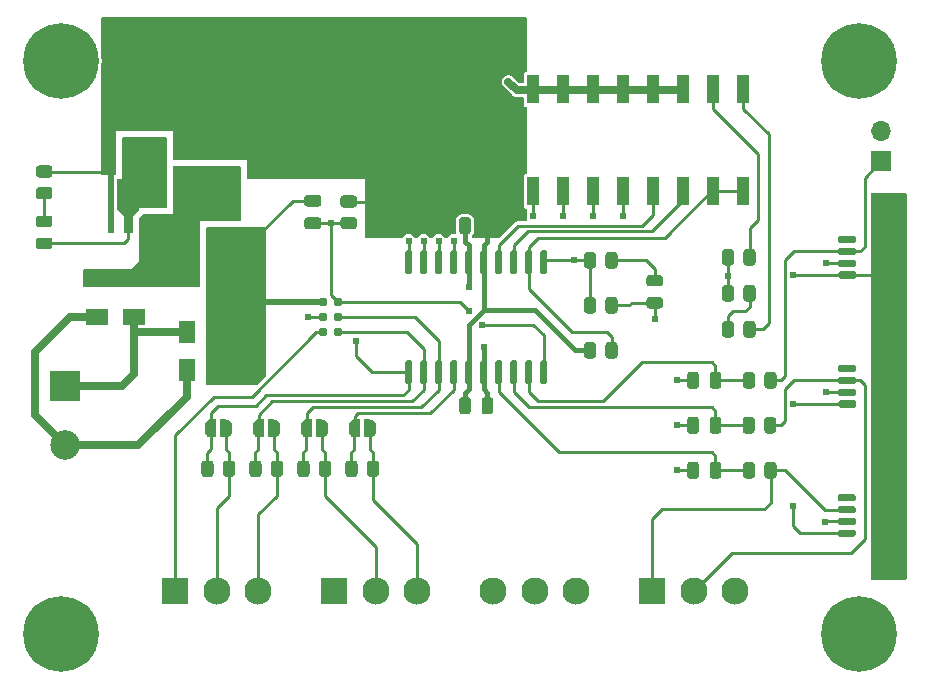
<source format=gtl>
G04 #@! TF.GenerationSoftware,KiCad,Pcbnew,6.0.2+dfsg-1*
G04 #@! TF.CreationDate,2024-06-30T21:27:14-06:00*
G04 #@! TF.ProjectId,ckt-iiab,636b742d-6969-4616-922e-6b696361645f,rev?*
G04 #@! TF.SameCoordinates,Original*
G04 #@! TF.FileFunction,Copper,L1,Top*
G04 #@! TF.FilePolarity,Positive*
%FSLAX46Y46*%
G04 Gerber Fmt 4.6, Leading zero omitted, Abs format (unit mm)*
G04 Created by KiCad (PCBNEW 6.0.2+dfsg-1) date 2024-06-30 21:27:14*
%MOMM*%
%LPD*%
G01*
G04 APERTURE LIST*
G04 #@! TA.AperFunction,ComponentPad*
%ADD10R,2.300000X2.300000*%
G04 #@! TD*
G04 #@! TA.AperFunction,ComponentPad*
%ADD11C,2.300000*%
G04 #@! TD*
G04 #@! TA.AperFunction,ComponentPad*
%ADD12C,6.400000*%
G04 #@! TD*
G04 #@! TA.AperFunction,ComponentPad*
%ADD13R,1.700000X1.700000*%
G04 #@! TD*
G04 #@! TA.AperFunction,ComponentPad*
%ADD14O,1.700000X1.700000*%
G04 #@! TD*
G04 #@! TA.AperFunction,SMDPad,CuDef*
%ADD15R,1.900000X1.400000*%
G04 #@! TD*
G04 #@! TA.AperFunction,SMDPad,CuDef*
%ADD16R,1.400000X1.900000*%
G04 #@! TD*
G04 #@! TA.AperFunction,SMDPad,CuDef*
%ADD17R,1.120000X2.440000*%
G04 #@! TD*
G04 #@! TA.AperFunction,ConnectorPad*
%ADD18C,0.787400*%
G04 #@! TD*
G04 #@! TA.AperFunction,ComponentPad*
%ADD19R,2.500000X2.500000*%
G04 #@! TD*
G04 #@! TA.AperFunction,ComponentPad*
%ADD20C,2.500000*%
G04 #@! TD*
G04 #@! TA.AperFunction,SMDPad,CuDef*
%ADD21R,0.550000X1.300000*%
G04 #@! TD*
G04 #@! TA.AperFunction,ViaPad*
%ADD22C,0.609600*%
G04 #@! TD*
G04 #@! TA.AperFunction,Conductor*
%ADD23C,0.254000*%
G04 #@! TD*
G04 #@! TA.AperFunction,Conductor*
%ADD24C,0.457200*%
G04 #@! TD*
G04 #@! TA.AperFunction,Conductor*
%ADD25C,0.635000*%
G04 #@! TD*
G04 #@! TA.AperFunction,Conductor*
%ADD26C,0.508000*%
G04 #@! TD*
G04 APERTURE END LIST*
G04 #@! TA.AperFunction,SMDPad,CuDef*
G36*
G01*
X64229000Y-142400000D02*
X63279000Y-142400000D01*
G75*
G02*
X63029000Y-142150000I0J250000D01*
G01*
X63029000Y-141650000D01*
G75*
G02*
X63279000Y-141400000I250000J0D01*
G01*
X64229000Y-141400000D01*
G75*
G02*
X64479000Y-141650000I0J-250000D01*
G01*
X64479000Y-142150000D01*
G75*
G02*
X64229000Y-142400000I-250000J0D01*
G01*
G37*
G04 #@! TD.AperFunction*
G04 #@! TA.AperFunction,SMDPad,CuDef*
G36*
G01*
X64229000Y-140500000D02*
X63279000Y-140500000D01*
G75*
G02*
X63029000Y-140250000I0J250000D01*
G01*
X63029000Y-139750000D01*
G75*
G02*
X63279000Y-139500000I250000J0D01*
G01*
X64229000Y-139500000D01*
G75*
G02*
X64479000Y-139750000I0J-250000D01*
G01*
X64479000Y-140250000D01*
G75*
G02*
X64229000Y-140500000I-250000J0D01*
G01*
G37*
G04 #@! TD.AperFunction*
G04 #@! TA.AperFunction,SMDPad,CuDef*
G36*
G01*
X86713000Y-145484000D02*
X86713000Y-144584000D01*
G75*
G02*
X86963000Y-144334000I250000J0D01*
G01*
X87488000Y-144334000D01*
G75*
G02*
X87738000Y-144584000I0J-250000D01*
G01*
X87738000Y-145484000D01*
G75*
G02*
X87488000Y-145734000I-250000J0D01*
G01*
X86963000Y-145734000D01*
G75*
G02*
X86713000Y-145484000I0J250000D01*
G01*
G37*
G04 #@! TD.AperFunction*
G04 #@! TA.AperFunction,SMDPad,CuDef*
G36*
G01*
X88538000Y-145484000D02*
X88538000Y-144584000D01*
G75*
G02*
X88788000Y-144334000I250000J0D01*
G01*
X89313000Y-144334000D01*
G75*
G02*
X89563000Y-144584000I0J-250000D01*
G01*
X89563000Y-145484000D01*
G75*
G02*
X89313000Y-145734000I-250000J0D01*
G01*
X88788000Y-145734000D01*
G75*
G02*
X88538000Y-145484000I0J250000D01*
G01*
G37*
G04 #@! TD.AperFunction*
G04 #@! TA.AperFunction,SMDPad,CuDef*
G36*
G01*
X109623000Y-146580000D02*
X108373000Y-146580000D01*
G75*
G02*
X108223000Y-146430000I0J150000D01*
G01*
X108223000Y-146130000D01*
G75*
G02*
X108373000Y-145980000I150000J0D01*
G01*
X109623000Y-145980000D01*
G75*
G02*
X109773000Y-146130000I0J-150000D01*
G01*
X109773000Y-146430000D01*
G75*
G02*
X109623000Y-146580000I-150000J0D01*
G01*
G37*
G04 #@! TD.AperFunction*
G04 #@! TA.AperFunction,SMDPad,CuDef*
G36*
G01*
X109623000Y-145580000D02*
X108373000Y-145580000D01*
G75*
G02*
X108223000Y-145430000I0J150000D01*
G01*
X108223000Y-145130000D01*
G75*
G02*
X108373000Y-144980000I150000J0D01*
G01*
X109623000Y-144980000D01*
G75*
G02*
X109773000Y-145130000I0J-150000D01*
G01*
X109773000Y-145430000D01*
G75*
G02*
X109623000Y-145580000I-150000J0D01*
G01*
G37*
G04 #@! TD.AperFunction*
G04 #@! TA.AperFunction,SMDPad,CuDef*
G36*
G01*
X109623000Y-144580000D02*
X108373000Y-144580000D01*
G75*
G02*
X108223000Y-144430000I0J150000D01*
G01*
X108223000Y-144130000D01*
G75*
G02*
X108373000Y-143980000I150000J0D01*
G01*
X109623000Y-143980000D01*
G75*
G02*
X109773000Y-144130000I0J-150000D01*
G01*
X109773000Y-144430000D01*
G75*
G02*
X109623000Y-144580000I-150000J0D01*
G01*
G37*
G04 #@! TD.AperFunction*
G04 #@! TA.AperFunction,SMDPad,CuDef*
G36*
G01*
X109623000Y-143580000D02*
X108373000Y-143580000D01*
G75*
G02*
X108223000Y-143430000I0J150000D01*
G01*
X108223000Y-143130000D01*
G75*
G02*
X108373000Y-142980000I150000J0D01*
G01*
X109623000Y-142980000D01*
G75*
G02*
X109773000Y-143130000I0J-150000D01*
G01*
X109773000Y-143430000D01*
G75*
G02*
X109623000Y-143580000I-150000J0D01*
G01*
G37*
G04 #@! TD.AperFunction*
G04 #@! TA.AperFunction,SMDPad,CuDef*
G36*
G01*
X113523000Y-142580000D02*
X112223000Y-142580000D01*
G75*
G02*
X111973000Y-142330000I0J250000D01*
G01*
X111973000Y-141630000D01*
G75*
G02*
X112223000Y-141380000I250000J0D01*
G01*
X113523000Y-141380000D01*
G75*
G02*
X113773000Y-141630000I0J-250000D01*
G01*
X113773000Y-142330000D01*
G75*
G02*
X113523000Y-142580000I-250000J0D01*
G01*
G37*
G04 #@! TD.AperFunction*
G04 #@! TA.AperFunction,SMDPad,CuDef*
G36*
G01*
X113523000Y-148180000D02*
X112223000Y-148180000D01*
G75*
G02*
X111973000Y-147930000I0J250000D01*
G01*
X111973000Y-147230000D01*
G75*
G02*
X112223000Y-146980000I250000J0D01*
G01*
X113523000Y-146980000D01*
G75*
G02*
X113773000Y-147230000I0J-250000D01*
G01*
X113773000Y-147930000D01*
G75*
G02*
X113523000Y-148180000I-250000J0D01*
G01*
G37*
G04 #@! TD.AperFunction*
G04 #@! TA.AperFunction,SMDPad,CuDef*
G36*
G01*
X66520000Y-163137000D02*
X66520000Y-162237000D01*
G75*
G02*
X66770000Y-161987000I250000J0D01*
G01*
X67295000Y-161987000D01*
G75*
G02*
X67545000Y-162237000I0J-250000D01*
G01*
X67545000Y-163137000D01*
G75*
G02*
X67295000Y-163387000I-250000J0D01*
G01*
X66770000Y-163387000D01*
G75*
G02*
X66520000Y-163137000I0J250000D01*
G01*
G37*
G04 #@! TD.AperFunction*
G04 #@! TA.AperFunction,SMDPad,CuDef*
G36*
G01*
X68345000Y-163137000D02*
X68345000Y-162237000D01*
G75*
G02*
X68595000Y-161987000I250000J0D01*
G01*
X69120000Y-161987000D01*
G75*
G02*
X69370000Y-162237000I0J-250000D01*
G01*
X69370000Y-163137000D01*
G75*
G02*
X69120000Y-163387000I-250000J0D01*
G01*
X68595000Y-163387000D01*
G75*
G02*
X68345000Y-163137000I0J250000D01*
G01*
G37*
G04 #@! TD.AperFunction*
D10*
X52126000Y-173031988D03*
D11*
X55626000Y-173031988D03*
X59126000Y-173031988D03*
G04 #@! TA.AperFunction,SMDPad,CuDef*
G36*
G01*
X98351000Y-154719000D02*
X98351000Y-155669000D01*
G75*
G02*
X98101000Y-155919000I-250000J0D01*
G01*
X97601000Y-155919000D01*
G75*
G02*
X97351000Y-155669000I0J250000D01*
G01*
X97351000Y-154719000D01*
G75*
G02*
X97601000Y-154469000I250000J0D01*
G01*
X98101000Y-154469000D01*
G75*
G02*
X98351000Y-154719000I0J-250000D01*
G01*
G37*
G04 #@! TD.AperFunction*
G04 #@! TA.AperFunction,SMDPad,CuDef*
G36*
G01*
X96451000Y-154719000D02*
X96451000Y-155669000D01*
G75*
G02*
X96201000Y-155919000I-250000J0D01*
G01*
X95701000Y-155919000D01*
G75*
G02*
X95451000Y-155669000I0J250000D01*
G01*
X95451000Y-154719000D01*
G75*
G02*
X95701000Y-154469000I250000J0D01*
G01*
X96201000Y-154469000D01*
G75*
G02*
X96451000Y-154719000I0J-250000D01*
G01*
G37*
G04 #@! TD.AperFunction*
G04 #@! TA.AperFunction,SMDPad,CuDef*
G36*
X59667000Y-160008000D02*
G01*
X59167000Y-160008000D01*
X59167000Y-160003033D01*
X59087059Y-160001568D01*
X58951744Y-159959293D01*
X58833734Y-159880738D01*
X58742514Y-159772219D01*
X58685419Y-159642460D01*
X58667836Y-159508000D01*
X58667000Y-159508000D01*
X58667000Y-159008000D01*
X58667836Y-159008000D01*
X58667037Y-159001891D01*
X58688848Y-158861814D01*
X58749096Y-158733489D01*
X58842940Y-158627231D01*
X58962835Y-158551583D01*
X59099142Y-158512626D01*
X59167000Y-158513041D01*
X59167000Y-158508000D01*
X59667000Y-158508000D01*
X59667000Y-160008000D01*
G37*
G04 #@! TD.AperFunction*
G04 #@! TA.AperFunction,SMDPad,CuDef*
G36*
X60467000Y-158513041D02*
G01*
X60540905Y-158513492D01*
X60676726Y-158554111D01*
X60795688Y-158631218D01*
X60888226Y-158738615D01*
X60946903Y-158867667D01*
X60967000Y-159008000D01*
X60967000Y-159508000D01*
X60966851Y-159520216D01*
X60943331Y-159660017D01*
X60881519Y-159787596D01*
X60786384Y-159892700D01*
X60665574Y-159966877D01*
X60528801Y-160004166D01*
X60467000Y-160003033D01*
X60467000Y-160008000D01*
X59967000Y-160008000D01*
X59967000Y-158508000D01*
X60467000Y-158508000D01*
X60467000Y-158513041D01*
G37*
G04 #@! TD.AperFunction*
D12*
X109982000Y-176657000D03*
D13*
X111887000Y-136657004D03*
D14*
X111887000Y-134117004D03*
G04 #@! TA.AperFunction,SMDPad,CuDef*
G36*
G01*
X67252000Y-142395000D02*
X66352000Y-142395000D01*
G75*
G02*
X66102000Y-142145000I0J250000D01*
G01*
X66102000Y-141620000D01*
G75*
G02*
X66352000Y-141370000I250000J0D01*
G01*
X67252000Y-141370000D01*
G75*
G02*
X67502000Y-141620000I0J-250000D01*
G01*
X67502000Y-142145000D01*
G75*
G02*
X67252000Y-142395000I-250000J0D01*
G01*
G37*
G04 #@! TD.AperFunction*
G04 #@! TA.AperFunction,SMDPad,CuDef*
G36*
G01*
X67252000Y-140570000D02*
X66352000Y-140570000D01*
G75*
G02*
X66102000Y-140320000I0J250000D01*
G01*
X66102000Y-139795000D01*
G75*
G02*
X66352000Y-139545000I250000J0D01*
G01*
X67252000Y-139545000D01*
G75*
G02*
X67502000Y-139795000I0J-250000D01*
G01*
X67502000Y-140320000D01*
G75*
G02*
X67252000Y-140570000I-250000J0D01*
G01*
G37*
G04 #@! TD.AperFunction*
G04 #@! TA.AperFunction,SMDPad,CuDef*
G36*
G01*
X100151500Y-159454000D02*
X100151500Y-158554000D01*
G75*
G02*
X100401500Y-158304000I250000J0D01*
G01*
X100926500Y-158304000D01*
G75*
G02*
X101176500Y-158554000I0J-250000D01*
G01*
X101176500Y-159454000D01*
G75*
G02*
X100926500Y-159704000I-250000J0D01*
G01*
X100401500Y-159704000D01*
G75*
G02*
X100151500Y-159454000I0J250000D01*
G01*
G37*
G04 #@! TD.AperFunction*
G04 #@! TA.AperFunction,SMDPad,CuDef*
G36*
G01*
X101976500Y-159454000D02*
X101976500Y-158554000D01*
G75*
G02*
X102226500Y-158304000I250000J0D01*
G01*
X102751500Y-158304000D01*
G75*
G02*
X103001500Y-158554000I0J-250000D01*
G01*
X103001500Y-159454000D01*
G75*
G02*
X102751500Y-159704000I-250000J0D01*
G01*
X102226500Y-159704000D01*
G75*
G02*
X101976500Y-159454000I0J250000D01*
G01*
G37*
G04 #@! TD.AperFunction*
D12*
X109982000Y-128143000D03*
G04 #@! TA.AperFunction,SMDPad,CuDef*
G36*
G01*
X58392000Y-163137000D02*
X58392000Y-162237000D01*
G75*
G02*
X58642000Y-161987000I250000J0D01*
G01*
X59167000Y-161987000D01*
G75*
G02*
X59417000Y-162237000I0J-250000D01*
G01*
X59417000Y-163137000D01*
G75*
G02*
X59167000Y-163387000I-250000J0D01*
G01*
X58642000Y-163387000D01*
G75*
G02*
X58392000Y-163137000I0J250000D01*
G01*
G37*
G04 #@! TD.AperFunction*
G04 #@! TA.AperFunction,SMDPad,CuDef*
G36*
G01*
X60217000Y-163137000D02*
X60217000Y-162237000D01*
G75*
G02*
X60467000Y-161987000I250000J0D01*
G01*
X60992000Y-161987000D01*
G75*
G02*
X61242000Y-162237000I0J-250000D01*
G01*
X61242000Y-163137000D01*
G75*
G02*
X60992000Y-163387000I-250000J0D01*
G01*
X60467000Y-163387000D01*
G75*
G02*
X60217000Y-163137000I0J250000D01*
G01*
G37*
G04 #@! TD.AperFunction*
D15*
X48641000Y-146559000D03*
X48641000Y-149859000D03*
G04 #@! TA.AperFunction,SMDPad,CuDef*
G36*
G01*
X79047000Y-141638000D02*
X79047000Y-142588000D01*
G75*
G02*
X78797000Y-142838000I-250000J0D01*
G01*
X78297000Y-142838000D01*
G75*
G02*
X78047000Y-142588000I0J250000D01*
G01*
X78047000Y-141638000D01*
G75*
G02*
X78297000Y-141388000I250000J0D01*
G01*
X78797000Y-141388000D01*
G75*
G02*
X79047000Y-141638000I0J-250000D01*
G01*
G37*
G04 #@! TD.AperFunction*
G04 #@! TA.AperFunction,SMDPad,CuDef*
G36*
G01*
X77147000Y-141638000D02*
X77147000Y-142588000D01*
G75*
G02*
X76897000Y-142838000I-250000J0D01*
G01*
X76397000Y-142838000D01*
G75*
G02*
X76147000Y-142588000I0J250000D01*
G01*
X76147000Y-141638000D01*
G75*
G02*
X76397000Y-141388000I250000J0D01*
G01*
X76897000Y-141388000D01*
G75*
G02*
X77147000Y-141638000I0J-250000D01*
G01*
G37*
G04 #@! TD.AperFunction*
G04 #@! TA.AperFunction,SMDPad,CuDef*
G36*
G01*
X55838000Y-137536000D02*
X56938000Y-137536000D01*
G75*
G02*
X57188000Y-137786000I0J-250000D01*
G01*
X57188000Y-140786000D01*
G75*
G02*
X56938000Y-141036000I-250000J0D01*
G01*
X55838000Y-141036000D01*
G75*
G02*
X55588000Y-140786000I0J250000D01*
G01*
X55588000Y-137786000D01*
G75*
G02*
X55838000Y-137536000I250000J0D01*
G01*
G37*
G04 #@! TD.AperFunction*
G04 #@! TA.AperFunction,SMDPad,CuDef*
G36*
G01*
X55838000Y-142936000D02*
X56938000Y-142936000D01*
G75*
G02*
X57188000Y-143186000I0J-250000D01*
G01*
X57188000Y-146186000D01*
G75*
G02*
X56938000Y-146436000I-250000J0D01*
G01*
X55838000Y-146436000D01*
G75*
G02*
X55588000Y-146186000I0J250000D01*
G01*
X55588000Y-143186000D01*
G75*
G02*
X55838000Y-142936000I250000J0D01*
G01*
G37*
G04 #@! TD.AperFunction*
G04 #@! TA.AperFunction,SMDPad,CuDef*
G36*
G01*
X109590996Y-168448003D02*
X108340996Y-168448003D01*
G75*
G02*
X108190996Y-168298003I0J150000D01*
G01*
X108190996Y-167998003D01*
G75*
G02*
X108340996Y-167848003I150000J0D01*
G01*
X109590996Y-167848003D01*
G75*
G02*
X109740996Y-167998003I0J-150000D01*
G01*
X109740996Y-168298003D01*
G75*
G02*
X109590996Y-168448003I-150000J0D01*
G01*
G37*
G04 #@! TD.AperFunction*
G04 #@! TA.AperFunction,SMDPad,CuDef*
G36*
G01*
X109590996Y-167448003D02*
X108340996Y-167448003D01*
G75*
G02*
X108190996Y-167298003I0J150000D01*
G01*
X108190996Y-166998003D01*
G75*
G02*
X108340996Y-166848003I150000J0D01*
G01*
X109590996Y-166848003D01*
G75*
G02*
X109740996Y-166998003I0J-150000D01*
G01*
X109740996Y-167298003D01*
G75*
G02*
X109590996Y-167448003I-150000J0D01*
G01*
G37*
G04 #@! TD.AperFunction*
G04 #@! TA.AperFunction,SMDPad,CuDef*
G36*
G01*
X109590996Y-166448003D02*
X108340996Y-166448003D01*
G75*
G02*
X108190996Y-166298003I0J150000D01*
G01*
X108190996Y-165998003D01*
G75*
G02*
X108340996Y-165848003I150000J0D01*
G01*
X109590996Y-165848003D01*
G75*
G02*
X109740996Y-165998003I0J-150000D01*
G01*
X109740996Y-166298003D01*
G75*
G02*
X109590996Y-166448003I-150000J0D01*
G01*
G37*
G04 #@! TD.AperFunction*
G04 #@! TA.AperFunction,SMDPad,CuDef*
G36*
G01*
X109590996Y-165448003D02*
X108340996Y-165448003D01*
G75*
G02*
X108190996Y-165298003I0J150000D01*
G01*
X108190996Y-164998003D01*
G75*
G02*
X108340996Y-164848003I150000J0D01*
G01*
X109590996Y-164848003D01*
G75*
G02*
X109740996Y-164998003I0J-150000D01*
G01*
X109740996Y-165298003D01*
G75*
G02*
X109590996Y-165448003I-150000J0D01*
G01*
G37*
G04 #@! TD.AperFunction*
G04 #@! TA.AperFunction,SMDPad,CuDef*
G36*
G01*
X113490996Y-170048003D02*
X112190996Y-170048003D01*
G75*
G02*
X111940996Y-169798003I0J250000D01*
G01*
X111940996Y-169098003D01*
G75*
G02*
X112190996Y-168848003I250000J0D01*
G01*
X113490996Y-168848003D01*
G75*
G02*
X113740996Y-169098003I0J-250000D01*
G01*
X113740996Y-169798003D01*
G75*
G02*
X113490996Y-170048003I-250000J0D01*
G01*
G37*
G04 #@! TD.AperFunction*
G04 #@! TA.AperFunction,SMDPad,CuDef*
G36*
G01*
X113490996Y-164448003D02*
X112190996Y-164448003D01*
G75*
G02*
X111940996Y-164198003I0J250000D01*
G01*
X111940996Y-163498003D01*
G75*
G02*
X112190996Y-163248003I250000J0D01*
G01*
X113490996Y-163248003D01*
G75*
G02*
X113740996Y-163498003I0J-250000D01*
G01*
X113740996Y-164198003D01*
G75*
G02*
X113490996Y-164448003I-250000J0D01*
G01*
G37*
G04 #@! TD.AperFunction*
G04 #@! TA.AperFunction,SMDPad,CuDef*
G36*
G01*
X100175000Y-163264000D02*
X100175000Y-162364000D01*
G75*
G02*
X100425000Y-162114000I250000J0D01*
G01*
X100950000Y-162114000D01*
G75*
G02*
X101200000Y-162364000I0J-250000D01*
G01*
X101200000Y-163264000D01*
G75*
G02*
X100950000Y-163514000I-250000J0D01*
G01*
X100425000Y-163514000D01*
G75*
G02*
X100175000Y-163264000I0J250000D01*
G01*
G37*
G04 #@! TD.AperFunction*
G04 #@! TA.AperFunction,SMDPad,CuDef*
G36*
G01*
X102000000Y-163264000D02*
X102000000Y-162364000D01*
G75*
G02*
X102250000Y-162114000I250000J0D01*
G01*
X102775000Y-162114000D01*
G75*
G02*
X103025000Y-162364000I0J-250000D01*
G01*
X103025000Y-163264000D01*
G75*
G02*
X102775000Y-163514000I-250000J0D01*
G01*
X102250000Y-163514000D01*
G75*
G02*
X102000000Y-163264000I0J250000D01*
G01*
G37*
G04 #@! TD.AperFunction*
D12*
X42418000Y-176657000D03*
G04 #@! TA.AperFunction,SMDPad,CuDef*
G36*
G01*
X54328000Y-163137000D02*
X54328000Y-162237000D01*
G75*
G02*
X54578000Y-161987000I250000J0D01*
G01*
X55103000Y-161987000D01*
G75*
G02*
X55353000Y-162237000I0J-250000D01*
G01*
X55353000Y-163137000D01*
G75*
G02*
X55103000Y-163387000I-250000J0D01*
G01*
X54578000Y-163387000D01*
G75*
G02*
X54328000Y-163137000I0J250000D01*
G01*
G37*
G04 #@! TD.AperFunction*
G04 #@! TA.AperFunction,SMDPad,CuDef*
G36*
G01*
X56153000Y-163137000D02*
X56153000Y-162237000D01*
G75*
G02*
X56403000Y-161987000I250000J0D01*
G01*
X56928000Y-161987000D01*
G75*
G02*
X57178000Y-162237000I0J-250000D01*
G01*
X57178000Y-163137000D01*
G75*
G02*
X56928000Y-163387000I-250000J0D01*
G01*
X56403000Y-163387000D01*
G75*
G02*
X56153000Y-163137000I0J250000D01*
G01*
G37*
G04 #@! TD.AperFunction*
X42418000Y-128143000D03*
G04 #@! TA.AperFunction,SMDPad,CuDef*
G36*
X55603000Y-160008000D02*
G01*
X55103000Y-160008000D01*
X55103000Y-160003033D01*
X55023059Y-160001568D01*
X54887744Y-159959293D01*
X54769734Y-159880738D01*
X54678514Y-159772219D01*
X54621419Y-159642460D01*
X54603836Y-159508000D01*
X54603000Y-159508000D01*
X54603000Y-159008000D01*
X54603836Y-159008000D01*
X54603037Y-159001891D01*
X54624848Y-158861814D01*
X54685096Y-158733489D01*
X54778940Y-158627231D01*
X54898835Y-158551583D01*
X55035142Y-158512626D01*
X55103000Y-158513041D01*
X55103000Y-158508000D01*
X55603000Y-158508000D01*
X55603000Y-160008000D01*
G37*
G04 #@! TD.AperFunction*
G04 #@! TA.AperFunction,SMDPad,CuDef*
G36*
X56403000Y-158513041D02*
G01*
X56476905Y-158513492D01*
X56612726Y-158554111D01*
X56731688Y-158631218D01*
X56824226Y-158738615D01*
X56882903Y-158867667D01*
X56903000Y-159008000D01*
X56903000Y-159508000D01*
X56902851Y-159520216D01*
X56879331Y-159660017D01*
X56817519Y-159787596D01*
X56722384Y-159892700D01*
X56601574Y-159966877D01*
X56464801Y-160004166D01*
X56403000Y-160003033D01*
X56403000Y-160008000D01*
X55903000Y-160008000D01*
X55903000Y-158508000D01*
X56403000Y-158508000D01*
X56403000Y-158513041D01*
G37*
G04 #@! TD.AperFunction*
D16*
X53087000Y-154305000D03*
X56387000Y-154305000D03*
X53087000Y-151130000D03*
X56387000Y-151130000D03*
D17*
X100203000Y-130569000D03*
X97663000Y-130569000D03*
X95123000Y-130569000D03*
X92583000Y-130569000D03*
X90043000Y-130569000D03*
X87503000Y-130569000D03*
X84963000Y-130569000D03*
X82423000Y-130569000D03*
X82423000Y-139179000D03*
X84963000Y-139179000D03*
X87503000Y-139179000D03*
X90043000Y-139179000D03*
X92583000Y-139179000D03*
X95123000Y-139179000D03*
X97663000Y-139179000D03*
X100203000Y-139179000D03*
G04 #@! TA.AperFunction,SMDPad,CuDef*
G36*
G01*
X98351000Y-162339000D02*
X98351000Y-163289000D01*
G75*
G02*
X98101000Y-163539000I-250000J0D01*
G01*
X97601000Y-163539000D01*
G75*
G02*
X97351000Y-163289000I0J250000D01*
G01*
X97351000Y-162339000D01*
G75*
G02*
X97601000Y-162089000I250000J0D01*
G01*
X98101000Y-162089000D01*
G75*
G02*
X98351000Y-162339000I0J-250000D01*
G01*
G37*
G04 #@! TD.AperFunction*
G04 #@! TA.AperFunction,SMDPad,CuDef*
G36*
G01*
X96451000Y-162339000D02*
X96451000Y-163289000D01*
G75*
G02*
X96201000Y-163539000I-250000J0D01*
G01*
X95701000Y-163539000D01*
G75*
G02*
X95451000Y-163289000I0J250000D01*
G01*
X95451000Y-162339000D01*
G75*
G02*
X95701000Y-162089000I250000J0D01*
G01*
X96201000Y-162089000D01*
G75*
G02*
X96451000Y-162339000I0J-250000D01*
G01*
G37*
G04 #@! TD.AperFunction*
G04 #@! TA.AperFunction,SMDPad,CuDef*
G36*
G01*
X41477250Y-144094500D02*
X40564750Y-144094500D01*
G75*
G02*
X40321000Y-143850750I0J243750D01*
G01*
X40321000Y-143363250D01*
G75*
G02*
X40564750Y-143119500I243750J0D01*
G01*
X41477250Y-143119500D01*
G75*
G02*
X41721000Y-143363250I0J-243750D01*
G01*
X41721000Y-143850750D01*
G75*
G02*
X41477250Y-144094500I-243750J0D01*
G01*
G37*
G04 #@! TD.AperFunction*
G04 #@! TA.AperFunction,SMDPad,CuDef*
G36*
G01*
X41477250Y-142219500D02*
X40564750Y-142219500D01*
G75*
G02*
X40321000Y-141975750I0J243750D01*
G01*
X40321000Y-141488250D01*
G75*
G02*
X40564750Y-141244500I243750J0D01*
G01*
X41477250Y-141244500D01*
G75*
G02*
X41721000Y-141488250I0J-243750D01*
G01*
X41721000Y-141975750D01*
G75*
G02*
X41477250Y-142219500I-243750J0D01*
G01*
G37*
G04 #@! TD.AperFunction*
G04 #@! TA.AperFunction,SMDPad,CuDef*
G36*
G01*
X62456000Y-163137000D02*
X62456000Y-162237000D01*
G75*
G02*
X62706000Y-161987000I250000J0D01*
G01*
X63231000Y-161987000D01*
G75*
G02*
X63481000Y-162237000I0J-250000D01*
G01*
X63481000Y-163137000D01*
G75*
G02*
X63231000Y-163387000I-250000J0D01*
G01*
X62706000Y-163387000D01*
G75*
G02*
X62456000Y-163137000I0J250000D01*
G01*
G37*
G04 #@! TD.AperFunction*
G04 #@! TA.AperFunction,SMDPad,CuDef*
G36*
G01*
X64281000Y-163137000D02*
X64281000Y-162237000D01*
G75*
G02*
X64531000Y-161987000I250000J0D01*
G01*
X65056000Y-161987000D01*
G75*
G02*
X65306000Y-162237000I0J-250000D01*
G01*
X65306000Y-163137000D01*
G75*
G02*
X65056000Y-163387000I-250000J0D01*
G01*
X64531000Y-163387000D01*
G75*
G02*
X64281000Y-163137000I0J250000D01*
G01*
G37*
G04 #@! TD.AperFunction*
D18*
X65913000Y-151130000D03*
X64643000Y-151130000D03*
X65913000Y-149860000D03*
X64643000Y-149860000D03*
X65913000Y-148590000D03*
X64643000Y-148590000D03*
G04 #@! TA.AperFunction,SMDPad,CuDef*
G36*
G01*
X101247000Y-147378000D02*
X101247000Y-148278000D01*
G75*
G02*
X100997000Y-148528000I-250000J0D01*
G01*
X100472000Y-148528000D01*
G75*
G02*
X100222000Y-148278000I0J250000D01*
G01*
X100222000Y-147378000D01*
G75*
G02*
X100472000Y-147128000I250000J0D01*
G01*
X100997000Y-147128000D01*
G75*
G02*
X101247000Y-147378000I0J-250000D01*
G01*
G37*
G04 #@! TD.AperFunction*
G04 #@! TA.AperFunction,SMDPad,CuDef*
G36*
G01*
X99422000Y-147378000D02*
X99422000Y-148278000D01*
G75*
G02*
X99172000Y-148528000I-250000J0D01*
G01*
X98647000Y-148528000D01*
G75*
G02*
X98397000Y-148278000I0J250000D01*
G01*
X98397000Y-147378000D01*
G75*
G02*
X98647000Y-147128000I250000J0D01*
G01*
X99172000Y-147128000D01*
G75*
G02*
X99422000Y-147378000I0J-250000D01*
G01*
G37*
G04 #@! TD.AperFunction*
D19*
X42799000Y-155702000D03*
D20*
X42799000Y-160702000D03*
G04 #@! TA.AperFunction,SMDPad,CuDef*
G36*
G01*
X89563000Y-152204000D02*
X89563000Y-153104000D01*
G75*
G02*
X89313000Y-153354000I-250000J0D01*
G01*
X88788000Y-153354000D01*
G75*
G02*
X88538000Y-153104000I0J250000D01*
G01*
X88538000Y-152204000D01*
G75*
G02*
X88788000Y-151954000I250000J0D01*
G01*
X89313000Y-151954000D01*
G75*
G02*
X89563000Y-152204000I0J-250000D01*
G01*
G37*
G04 #@! TD.AperFunction*
G04 #@! TA.AperFunction,SMDPad,CuDef*
G36*
G01*
X87738000Y-152204000D02*
X87738000Y-153104000D01*
G75*
G02*
X87488000Y-153354000I-250000J0D01*
G01*
X86963000Y-153354000D01*
G75*
G02*
X86713000Y-153104000I0J250000D01*
G01*
X86713000Y-152204000D01*
G75*
G02*
X86963000Y-151954000I250000J0D01*
G01*
X87488000Y-151954000D01*
G75*
G02*
X87738000Y-152204000I0J-250000D01*
G01*
G37*
G04 #@! TD.AperFunction*
G04 #@! TA.AperFunction,SMDPad,CuDef*
G36*
X63731000Y-160008000D02*
G01*
X63231000Y-160008000D01*
X63231000Y-160003033D01*
X63151059Y-160001568D01*
X63015744Y-159959293D01*
X62897734Y-159880738D01*
X62806514Y-159772219D01*
X62749419Y-159642460D01*
X62731836Y-159508000D01*
X62731000Y-159508000D01*
X62731000Y-159008000D01*
X62731836Y-159008000D01*
X62731037Y-159001891D01*
X62752848Y-158861814D01*
X62813096Y-158733489D01*
X62906940Y-158627231D01*
X63026835Y-158551583D01*
X63163142Y-158512626D01*
X63231000Y-158513041D01*
X63231000Y-158508000D01*
X63731000Y-158508000D01*
X63731000Y-160008000D01*
G37*
G04 #@! TD.AperFunction*
G04 #@! TA.AperFunction,SMDPad,CuDef*
G36*
X64531000Y-158513041D02*
G01*
X64604905Y-158513492D01*
X64740726Y-158554111D01*
X64859688Y-158631218D01*
X64952226Y-158738615D01*
X65010903Y-158867667D01*
X65031000Y-159008000D01*
X65031000Y-159508000D01*
X65030851Y-159520216D01*
X65007331Y-159660017D01*
X64945519Y-159787596D01*
X64850384Y-159892700D01*
X64729574Y-159966877D01*
X64592801Y-160004166D01*
X64531000Y-160003033D01*
X64531000Y-160008000D01*
X64031000Y-160008000D01*
X64031000Y-158508000D01*
X64531000Y-158508000D01*
X64531000Y-158513041D01*
G37*
G04 #@! TD.AperFunction*
G04 #@! TA.AperFunction,SMDPad,CuDef*
G36*
G01*
X86713000Y-149294000D02*
X86713000Y-148394000D01*
G75*
G02*
X86963000Y-148144000I250000J0D01*
G01*
X87488000Y-148144000D01*
G75*
G02*
X87738000Y-148394000I0J-250000D01*
G01*
X87738000Y-149294000D01*
G75*
G02*
X87488000Y-149544000I-250000J0D01*
G01*
X86963000Y-149544000D01*
G75*
G02*
X86713000Y-149294000I0J250000D01*
G01*
G37*
G04 #@! TD.AperFunction*
G04 #@! TA.AperFunction,SMDPad,CuDef*
G36*
G01*
X88538000Y-149294000D02*
X88538000Y-148394000D01*
G75*
G02*
X88788000Y-148144000I250000J0D01*
G01*
X89313000Y-148144000D01*
G75*
G02*
X89563000Y-148394000I0J-250000D01*
G01*
X89563000Y-149294000D01*
G75*
G02*
X89313000Y-149544000I-250000J0D01*
G01*
X88788000Y-149544000D01*
G75*
G02*
X88538000Y-149294000I0J250000D01*
G01*
G37*
G04 #@! TD.AperFunction*
G04 #@! TA.AperFunction,SMDPad,CuDef*
G36*
G01*
X72032000Y-155535000D02*
X71732000Y-155535000D01*
G75*
G02*
X71582000Y-155385000I0J150000D01*
G01*
X71582000Y-153635000D01*
G75*
G02*
X71732000Y-153485000I150000J0D01*
G01*
X72032000Y-153485000D01*
G75*
G02*
X72182000Y-153635000I0J-150000D01*
G01*
X72182000Y-155385000D01*
G75*
G02*
X72032000Y-155535000I-150000J0D01*
G01*
G37*
G04 #@! TD.AperFunction*
G04 #@! TA.AperFunction,SMDPad,CuDef*
G36*
G01*
X73302000Y-155535000D02*
X73002000Y-155535000D01*
G75*
G02*
X72852000Y-155385000I0J150000D01*
G01*
X72852000Y-153635000D01*
G75*
G02*
X73002000Y-153485000I150000J0D01*
G01*
X73302000Y-153485000D01*
G75*
G02*
X73452000Y-153635000I0J-150000D01*
G01*
X73452000Y-155385000D01*
G75*
G02*
X73302000Y-155535000I-150000J0D01*
G01*
G37*
G04 #@! TD.AperFunction*
G04 #@! TA.AperFunction,SMDPad,CuDef*
G36*
G01*
X74572000Y-155535000D02*
X74272000Y-155535000D01*
G75*
G02*
X74122000Y-155385000I0J150000D01*
G01*
X74122000Y-153635000D01*
G75*
G02*
X74272000Y-153485000I150000J0D01*
G01*
X74572000Y-153485000D01*
G75*
G02*
X74722000Y-153635000I0J-150000D01*
G01*
X74722000Y-155385000D01*
G75*
G02*
X74572000Y-155535000I-150000J0D01*
G01*
G37*
G04 #@! TD.AperFunction*
G04 #@! TA.AperFunction,SMDPad,CuDef*
G36*
G01*
X75842000Y-155535000D02*
X75542000Y-155535000D01*
G75*
G02*
X75392000Y-155385000I0J150000D01*
G01*
X75392000Y-153635000D01*
G75*
G02*
X75542000Y-153485000I150000J0D01*
G01*
X75842000Y-153485000D01*
G75*
G02*
X75992000Y-153635000I0J-150000D01*
G01*
X75992000Y-155385000D01*
G75*
G02*
X75842000Y-155535000I-150000J0D01*
G01*
G37*
G04 #@! TD.AperFunction*
G04 #@! TA.AperFunction,SMDPad,CuDef*
G36*
G01*
X77112000Y-155535000D02*
X76812000Y-155535000D01*
G75*
G02*
X76662000Y-155385000I0J150000D01*
G01*
X76662000Y-153635000D01*
G75*
G02*
X76812000Y-153485000I150000J0D01*
G01*
X77112000Y-153485000D01*
G75*
G02*
X77262000Y-153635000I0J-150000D01*
G01*
X77262000Y-155385000D01*
G75*
G02*
X77112000Y-155535000I-150000J0D01*
G01*
G37*
G04 #@! TD.AperFunction*
G04 #@! TA.AperFunction,SMDPad,CuDef*
G36*
G01*
X78382000Y-155535000D02*
X78082000Y-155535000D01*
G75*
G02*
X77932000Y-155385000I0J150000D01*
G01*
X77932000Y-153635000D01*
G75*
G02*
X78082000Y-153485000I150000J0D01*
G01*
X78382000Y-153485000D01*
G75*
G02*
X78532000Y-153635000I0J-150000D01*
G01*
X78532000Y-155385000D01*
G75*
G02*
X78382000Y-155535000I-150000J0D01*
G01*
G37*
G04 #@! TD.AperFunction*
G04 #@! TA.AperFunction,SMDPad,CuDef*
G36*
G01*
X79652000Y-155535000D02*
X79352000Y-155535000D01*
G75*
G02*
X79202000Y-155385000I0J150000D01*
G01*
X79202000Y-153635000D01*
G75*
G02*
X79352000Y-153485000I150000J0D01*
G01*
X79652000Y-153485000D01*
G75*
G02*
X79802000Y-153635000I0J-150000D01*
G01*
X79802000Y-155385000D01*
G75*
G02*
X79652000Y-155535000I-150000J0D01*
G01*
G37*
G04 #@! TD.AperFunction*
G04 #@! TA.AperFunction,SMDPad,CuDef*
G36*
G01*
X80922000Y-155535000D02*
X80622000Y-155535000D01*
G75*
G02*
X80472000Y-155385000I0J150000D01*
G01*
X80472000Y-153635000D01*
G75*
G02*
X80622000Y-153485000I150000J0D01*
G01*
X80922000Y-153485000D01*
G75*
G02*
X81072000Y-153635000I0J-150000D01*
G01*
X81072000Y-155385000D01*
G75*
G02*
X80922000Y-155535000I-150000J0D01*
G01*
G37*
G04 #@! TD.AperFunction*
G04 #@! TA.AperFunction,SMDPad,CuDef*
G36*
G01*
X82192000Y-155535000D02*
X81892000Y-155535000D01*
G75*
G02*
X81742000Y-155385000I0J150000D01*
G01*
X81742000Y-153635000D01*
G75*
G02*
X81892000Y-153485000I150000J0D01*
G01*
X82192000Y-153485000D01*
G75*
G02*
X82342000Y-153635000I0J-150000D01*
G01*
X82342000Y-155385000D01*
G75*
G02*
X82192000Y-155535000I-150000J0D01*
G01*
G37*
G04 #@! TD.AperFunction*
G04 #@! TA.AperFunction,SMDPad,CuDef*
G36*
G01*
X83462000Y-155535000D02*
X83162000Y-155535000D01*
G75*
G02*
X83012000Y-155385000I0J150000D01*
G01*
X83012000Y-153635000D01*
G75*
G02*
X83162000Y-153485000I150000J0D01*
G01*
X83462000Y-153485000D01*
G75*
G02*
X83612000Y-153635000I0J-150000D01*
G01*
X83612000Y-155385000D01*
G75*
G02*
X83462000Y-155535000I-150000J0D01*
G01*
G37*
G04 #@! TD.AperFunction*
G04 #@! TA.AperFunction,SMDPad,CuDef*
G36*
G01*
X83462000Y-146235000D02*
X83162000Y-146235000D01*
G75*
G02*
X83012000Y-146085000I0J150000D01*
G01*
X83012000Y-144335000D01*
G75*
G02*
X83162000Y-144185000I150000J0D01*
G01*
X83462000Y-144185000D01*
G75*
G02*
X83612000Y-144335000I0J-150000D01*
G01*
X83612000Y-146085000D01*
G75*
G02*
X83462000Y-146235000I-150000J0D01*
G01*
G37*
G04 #@! TD.AperFunction*
G04 #@! TA.AperFunction,SMDPad,CuDef*
G36*
G01*
X82192000Y-146235000D02*
X81892000Y-146235000D01*
G75*
G02*
X81742000Y-146085000I0J150000D01*
G01*
X81742000Y-144335000D01*
G75*
G02*
X81892000Y-144185000I150000J0D01*
G01*
X82192000Y-144185000D01*
G75*
G02*
X82342000Y-144335000I0J-150000D01*
G01*
X82342000Y-146085000D01*
G75*
G02*
X82192000Y-146235000I-150000J0D01*
G01*
G37*
G04 #@! TD.AperFunction*
G04 #@! TA.AperFunction,SMDPad,CuDef*
G36*
G01*
X80922000Y-146235000D02*
X80622000Y-146235000D01*
G75*
G02*
X80472000Y-146085000I0J150000D01*
G01*
X80472000Y-144335000D01*
G75*
G02*
X80622000Y-144185000I150000J0D01*
G01*
X80922000Y-144185000D01*
G75*
G02*
X81072000Y-144335000I0J-150000D01*
G01*
X81072000Y-146085000D01*
G75*
G02*
X80922000Y-146235000I-150000J0D01*
G01*
G37*
G04 #@! TD.AperFunction*
G04 #@! TA.AperFunction,SMDPad,CuDef*
G36*
G01*
X79652000Y-146235000D02*
X79352000Y-146235000D01*
G75*
G02*
X79202000Y-146085000I0J150000D01*
G01*
X79202000Y-144335000D01*
G75*
G02*
X79352000Y-144185000I150000J0D01*
G01*
X79652000Y-144185000D01*
G75*
G02*
X79802000Y-144335000I0J-150000D01*
G01*
X79802000Y-146085000D01*
G75*
G02*
X79652000Y-146235000I-150000J0D01*
G01*
G37*
G04 #@! TD.AperFunction*
G04 #@! TA.AperFunction,SMDPad,CuDef*
G36*
G01*
X78382000Y-146235000D02*
X78082000Y-146235000D01*
G75*
G02*
X77932000Y-146085000I0J150000D01*
G01*
X77932000Y-144335000D01*
G75*
G02*
X78082000Y-144185000I150000J0D01*
G01*
X78382000Y-144185000D01*
G75*
G02*
X78532000Y-144335000I0J-150000D01*
G01*
X78532000Y-146085000D01*
G75*
G02*
X78382000Y-146235000I-150000J0D01*
G01*
G37*
G04 #@! TD.AperFunction*
G04 #@! TA.AperFunction,SMDPad,CuDef*
G36*
G01*
X77112000Y-146235000D02*
X76812000Y-146235000D01*
G75*
G02*
X76662000Y-146085000I0J150000D01*
G01*
X76662000Y-144335000D01*
G75*
G02*
X76812000Y-144185000I150000J0D01*
G01*
X77112000Y-144185000D01*
G75*
G02*
X77262000Y-144335000I0J-150000D01*
G01*
X77262000Y-146085000D01*
G75*
G02*
X77112000Y-146235000I-150000J0D01*
G01*
G37*
G04 #@! TD.AperFunction*
G04 #@! TA.AperFunction,SMDPad,CuDef*
G36*
G01*
X75842000Y-146235000D02*
X75542000Y-146235000D01*
G75*
G02*
X75392000Y-146085000I0J150000D01*
G01*
X75392000Y-144335000D01*
G75*
G02*
X75542000Y-144185000I150000J0D01*
G01*
X75842000Y-144185000D01*
G75*
G02*
X75992000Y-144335000I0J-150000D01*
G01*
X75992000Y-146085000D01*
G75*
G02*
X75842000Y-146235000I-150000J0D01*
G01*
G37*
G04 #@! TD.AperFunction*
G04 #@! TA.AperFunction,SMDPad,CuDef*
G36*
G01*
X74572000Y-146235000D02*
X74272000Y-146235000D01*
G75*
G02*
X74122000Y-146085000I0J150000D01*
G01*
X74122000Y-144335000D01*
G75*
G02*
X74272000Y-144185000I150000J0D01*
G01*
X74572000Y-144185000D01*
G75*
G02*
X74722000Y-144335000I0J-150000D01*
G01*
X74722000Y-146085000D01*
G75*
G02*
X74572000Y-146235000I-150000J0D01*
G01*
G37*
G04 #@! TD.AperFunction*
G04 #@! TA.AperFunction,SMDPad,CuDef*
G36*
G01*
X73302000Y-146235000D02*
X73002000Y-146235000D01*
G75*
G02*
X72852000Y-146085000I0J150000D01*
G01*
X72852000Y-144335000D01*
G75*
G02*
X73002000Y-144185000I150000J0D01*
G01*
X73302000Y-144185000D01*
G75*
G02*
X73452000Y-144335000I0J-150000D01*
G01*
X73452000Y-146085000D01*
G75*
G02*
X73302000Y-146235000I-150000J0D01*
G01*
G37*
G04 #@! TD.AperFunction*
G04 #@! TA.AperFunction,SMDPad,CuDef*
G36*
G01*
X72032000Y-146235000D02*
X71732000Y-146235000D01*
G75*
G02*
X71582000Y-146085000I0J150000D01*
G01*
X71582000Y-144335000D01*
G75*
G02*
X71732000Y-144185000I150000J0D01*
G01*
X72032000Y-144185000D01*
G75*
G02*
X72182000Y-144335000I0J-150000D01*
G01*
X72182000Y-146085000D01*
G75*
G02*
X72032000Y-146235000I-150000J0D01*
G01*
G37*
G04 #@! TD.AperFunction*
G04 #@! TA.AperFunction,SMDPad,CuDef*
G36*
G01*
X76147000Y-157828000D02*
X76147000Y-156878000D01*
G75*
G02*
X76397000Y-156628000I250000J0D01*
G01*
X76897000Y-156628000D01*
G75*
G02*
X77147000Y-156878000I0J-250000D01*
G01*
X77147000Y-157828000D01*
G75*
G02*
X76897000Y-158078000I-250000J0D01*
G01*
X76397000Y-158078000D01*
G75*
G02*
X76147000Y-157828000I0J250000D01*
G01*
G37*
G04 #@! TD.AperFunction*
G04 #@! TA.AperFunction,SMDPad,CuDef*
G36*
G01*
X78047000Y-157828000D02*
X78047000Y-156878000D01*
G75*
G02*
X78297000Y-156628000I250000J0D01*
G01*
X78797000Y-156628000D01*
G75*
G02*
X79047000Y-156878000I0J-250000D01*
G01*
X79047000Y-157828000D01*
G75*
G02*
X78797000Y-158078000I-250000J0D01*
G01*
X78297000Y-158078000D01*
G75*
G02*
X78047000Y-157828000I0J250000D01*
G01*
G37*
G04 #@! TD.AperFunction*
D15*
X45466000Y-146559000D03*
X45466000Y-149859000D03*
D10*
X65588000Y-173031988D03*
D11*
X69088000Y-173031988D03*
X72588000Y-173031988D03*
G04 #@! TA.AperFunction,SMDPad,CuDef*
G36*
G01*
X41471000Y-139855000D02*
X40571000Y-139855000D01*
G75*
G02*
X40321000Y-139605000I0J250000D01*
G01*
X40321000Y-139080000D01*
G75*
G02*
X40571000Y-138830000I250000J0D01*
G01*
X41471000Y-138830000D01*
G75*
G02*
X41721000Y-139080000I0J-250000D01*
G01*
X41721000Y-139605000D01*
G75*
G02*
X41471000Y-139855000I-250000J0D01*
G01*
G37*
G04 #@! TD.AperFunction*
G04 #@! TA.AperFunction,SMDPad,CuDef*
G36*
G01*
X41471000Y-138030000D02*
X40571000Y-138030000D01*
G75*
G02*
X40321000Y-137780000I0J250000D01*
G01*
X40321000Y-137255000D01*
G75*
G02*
X40571000Y-137005000I250000J0D01*
G01*
X41471000Y-137005000D01*
G75*
G02*
X41721000Y-137255000I0J-250000D01*
G01*
X41721000Y-137780000D01*
G75*
G02*
X41471000Y-138030000I-250000J0D01*
G01*
G37*
G04 #@! TD.AperFunction*
G04 #@! TA.AperFunction,SMDPad,CuDef*
G36*
G01*
X101247000Y-150426000D02*
X101247000Y-151326000D01*
G75*
G02*
X100997000Y-151576000I-250000J0D01*
G01*
X100472000Y-151576000D01*
G75*
G02*
X100222000Y-151326000I0J250000D01*
G01*
X100222000Y-150426000D01*
G75*
G02*
X100472000Y-150176000I250000J0D01*
G01*
X100997000Y-150176000D01*
G75*
G02*
X101247000Y-150426000I0J-250000D01*
G01*
G37*
G04 #@! TD.AperFunction*
G04 #@! TA.AperFunction,SMDPad,CuDef*
G36*
G01*
X99422000Y-150426000D02*
X99422000Y-151326000D01*
G75*
G02*
X99172000Y-151576000I-250000J0D01*
G01*
X98647000Y-151576000D01*
G75*
G02*
X98397000Y-151326000I0J250000D01*
G01*
X98397000Y-150426000D01*
G75*
G02*
X98647000Y-150176000I250000J0D01*
G01*
X99172000Y-150176000D01*
G75*
G02*
X99422000Y-150426000I0J-250000D01*
G01*
G37*
G04 #@! TD.AperFunction*
D10*
X92512007Y-173031988D03*
D11*
X96012007Y-173031988D03*
X99512007Y-173031988D03*
G04 #@! TA.AperFunction,SMDPad,CuDef*
G36*
G01*
X98351000Y-158529000D02*
X98351000Y-159479000D01*
G75*
G02*
X98101000Y-159729000I-250000J0D01*
G01*
X97601000Y-159729000D01*
G75*
G02*
X97351000Y-159479000I0J250000D01*
G01*
X97351000Y-158529000D01*
G75*
G02*
X97601000Y-158279000I250000J0D01*
G01*
X98101000Y-158279000D01*
G75*
G02*
X98351000Y-158529000I0J-250000D01*
G01*
G37*
G04 #@! TD.AperFunction*
G04 #@! TA.AperFunction,SMDPad,CuDef*
G36*
G01*
X96451000Y-158529000D02*
X96451000Y-159479000D01*
G75*
G02*
X96201000Y-159729000I-250000J0D01*
G01*
X95701000Y-159729000D01*
G75*
G02*
X95451000Y-159479000I0J250000D01*
G01*
X95451000Y-158529000D01*
G75*
G02*
X95701000Y-158279000I250000J0D01*
G01*
X96201000Y-158279000D01*
G75*
G02*
X96451000Y-158529000I0J-250000D01*
G01*
G37*
G04 #@! TD.AperFunction*
G04 #@! TA.AperFunction,SMDPad,CuDef*
G36*
G01*
X100175000Y-155644000D02*
X100175000Y-154744000D01*
G75*
G02*
X100425000Y-154494000I250000J0D01*
G01*
X100950000Y-154494000D01*
G75*
G02*
X101200000Y-154744000I0J-250000D01*
G01*
X101200000Y-155644000D01*
G75*
G02*
X100950000Y-155894000I-250000J0D01*
G01*
X100425000Y-155894000D01*
G75*
G02*
X100175000Y-155644000I0J250000D01*
G01*
G37*
G04 #@! TD.AperFunction*
G04 #@! TA.AperFunction,SMDPad,CuDef*
G36*
G01*
X102000000Y-155644000D02*
X102000000Y-154744000D01*
G75*
G02*
X102250000Y-154494000I250000J0D01*
G01*
X102775000Y-154494000D01*
G75*
G02*
X103025000Y-154744000I0J-250000D01*
G01*
X103025000Y-155644000D01*
G75*
G02*
X102775000Y-155894000I-250000J0D01*
G01*
X102250000Y-155894000D01*
G75*
G02*
X102000000Y-155644000I0J250000D01*
G01*
G37*
G04 #@! TD.AperFunction*
G04 #@! TA.AperFunction,SMDPad,CuDef*
G36*
G01*
X109623000Y-157502000D02*
X108373000Y-157502000D01*
G75*
G02*
X108223000Y-157352000I0J150000D01*
G01*
X108223000Y-157052000D01*
G75*
G02*
X108373000Y-156902000I150000J0D01*
G01*
X109623000Y-156902000D01*
G75*
G02*
X109773000Y-157052000I0J-150000D01*
G01*
X109773000Y-157352000D01*
G75*
G02*
X109623000Y-157502000I-150000J0D01*
G01*
G37*
G04 #@! TD.AperFunction*
G04 #@! TA.AperFunction,SMDPad,CuDef*
G36*
G01*
X109623000Y-156502000D02*
X108373000Y-156502000D01*
G75*
G02*
X108223000Y-156352000I0J150000D01*
G01*
X108223000Y-156052000D01*
G75*
G02*
X108373000Y-155902000I150000J0D01*
G01*
X109623000Y-155902000D01*
G75*
G02*
X109773000Y-156052000I0J-150000D01*
G01*
X109773000Y-156352000D01*
G75*
G02*
X109623000Y-156502000I-150000J0D01*
G01*
G37*
G04 #@! TD.AperFunction*
G04 #@! TA.AperFunction,SMDPad,CuDef*
G36*
G01*
X109623000Y-155502000D02*
X108373000Y-155502000D01*
G75*
G02*
X108223000Y-155352000I0J150000D01*
G01*
X108223000Y-155052000D01*
G75*
G02*
X108373000Y-154902000I150000J0D01*
G01*
X109623000Y-154902000D01*
G75*
G02*
X109773000Y-155052000I0J-150000D01*
G01*
X109773000Y-155352000D01*
G75*
G02*
X109623000Y-155502000I-150000J0D01*
G01*
G37*
G04 #@! TD.AperFunction*
G04 #@! TA.AperFunction,SMDPad,CuDef*
G36*
G01*
X109623000Y-154502000D02*
X108373000Y-154502000D01*
G75*
G02*
X108223000Y-154352000I0J150000D01*
G01*
X108223000Y-154052000D01*
G75*
G02*
X108373000Y-153902000I150000J0D01*
G01*
X109623000Y-153902000D01*
G75*
G02*
X109773000Y-154052000I0J-150000D01*
G01*
X109773000Y-154352000D01*
G75*
G02*
X109623000Y-154502000I-150000J0D01*
G01*
G37*
G04 #@! TD.AperFunction*
G04 #@! TA.AperFunction,SMDPad,CuDef*
G36*
G01*
X113523000Y-153502000D02*
X112223000Y-153502000D01*
G75*
G02*
X111973000Y-153252000I0J250000D01*
G01*
X111973000Y-152552000D01*
G75*
G02*
X112223000Y-152302000I250000J0D01*
G01*
X113523000Y-152302000D01*
G75*
G02*
X113773000Y-152552000I0J-250000D01*
G01*
X113773000Y-153252000D01*
G75*
G02*
X113523000Y-153502000I-250000J0D01*
G01*
G37*
G04 #@! TD.AperFunction*
G04 #@! TA.AperFunction,SMDPad,CuDef*
G36*
G01*
X113523000Y-159102000D02*
X112223000Y-159102000D01*
G75*
G02*
X111973000Y-158852000I0J250000D01*
G01*
X111973000Y-158152000D01*
G75*
G02*
X112223000Y-157902000I250000J0D01*
G01*
X113523000Y-157902000D01*
G75*
G02*
X113773000Y-158152000I0J-250000D01*
G01*
X113773000Y-158852000D01*
G75*
G02*
X113523000Y-159102000I-250000J0D01*
G01*
G37*
G04 #@! TD.AperFunction*
D21*
X46633000Y-142112000D03*
G04 #@! TA.AperFunction,SMDPad,CuDef*
G36*
X49058000Y-138162000D02*
G01*
X49058000Y-140762000D01*
X48533000Y-141287000D01*
X48533000Y-142762000D01*
X47733000Y-142762000D01*
X47733000Y-141287000D01*
X47208000Y-140762000D01*
X47208000Y-138162000D01*
X49058000Y-138162000D01*
G37*
G04 #@! TD.AperFunction*
X49633000Y-142112000D03*
G04 #@! TA.AperFunction,SMDPad,CuDef*
G36*
G01*
X101247000Y-144330000D02*
X101247000Y-145230000D01*
G75*
G02*
X100997000Y-145480000I-250000J0D01*
G01*
X100472000Y-145480000D01*
G75*
G02*
X100222000Y-145230000I0J250000D01*
G01*
X100222000Y-144330000D01*
G75*
G02*
X100472000Y-144080000I250000J0D01*
G01*
X100997000Y-144080000D01*
G75*
G02*
X101247000Y-144330000I0J-250000D01*
G01*
G37*
G04 #@! TD.AperFunction*
G04 #@! TA.AperFunction,SMDPad,CuDef*
G36*
G01*
X99422000Y-144330000D02*
X99422000Y-145230000D01*
G75*
G02*
X99172000Y-145480000I-250000J0D01*
G01*
X98647000Y-145480000D01*
G75*
G02*
X98397000Y-145230000I0J250000D01*
G01*
X98397000Y-144330000D01*
G75*
G02*
X98647000Y-144080000I250000J0D01*
G01*
X99172000Y-144080000D01*
G75*
G02*
X99422000Y-144330000I0J-250000D01*
G01*
G37*
G04 #@! TD.AperFunction*
G04 #@! TA.AperFunction,SMDPad,CuDef*
G36*
G01*
X93166250Y-149126000D02*
X92253750Y-149126000D01*
G75*
G02*
X92010000Y-148882250I0J243750D01*
G01*
X92010000Y-148394750D01*
G75*
G02*
X92253750Y-148151000I243750J0D01*
G01*
X93166250Y-148151000D01*
G75*
G02*
X93410000Y-148394750I0J-243750D01*
G01*
X93410000Y-148882250D01*
G75*
G02*
X93166250Y-149126000I-243750J0D01*
G01*
G37*
G04 #@! TD.AperFunction*
G04 #@! TA.AperFunction,SMDPad,CuDef*
G36*
G01*
X93166250Y-147251000D02*
X92253750Y-147251000D01*
G75*
G02*
X92010000Y-147007250I0J243750D01*
G01*
X92010000Y-146519750D01*
G75*
G02*
X92253750Y-146276000I243750J0D01*
G01*
X93166250Y-146276000D01*
G75*
G02*
X93410000Y-146519750I0J-243750D01*
G01*
X93410000Y-147007250D01*
G75*
G02*
X93166250Y-147251000I-243750J0D01*
G01*
G37*
G04 #@! TD.AperFunction*
G04 #@! TA.AperFunction,SMDPad,CuDef*
G36*
X67795000Y-160008000D02*
G01*
X67295000Y-160008000D01*
X67295000Y-160003033D01*
X67215059Y-160001568D01*
X67079744Y-159959293D01*
X66961734Y-159880738D01*
X66870514Y-159772219D01*
X66813419Y-159642460D01*
X66795836Y-159508000D01*
X66795000Y-159508000D01*
X66795000Y-159008000D01*
X66795836Y-159008000D01*
X66795037Y-159001891D01*
X66816848Y-158861814D01*
X66877096Y-158733489D01*
X66970940Y-158627231D01*
X67090835Y-158551583D01*
X67227142Y-158512626D01*
X67295000Y-158513041D01*
X67295000Y-158508000D01*
X67795000Y-158508000D01*
X67795000Y-160008000D01*
G37*
G04 #@! TD.AperFunction*
G04 #@! TA.AperFunction,SMDPad,CuDef*
G36*
X68595000Y-158513041D02*
G01*
X68668905Y-158513492D01*
X68804726Y-158554111D01*
X68923688Y-158631218D01*
X69016226Y-158738615D01*
X69074903Y-158867667D01*
X69095000Y-159008000D01*
X69095000Y-159508000D01*
X69094851Y-159520216D01*
X69071331Y-159660017D01*
X69009519Y-159787596D01*
X68914384Y-159892700D01*
X68793574Y-159966877D01*
X68656801Y-160004166D01*
X68595000Y-160003033D01*
X68595000Y-160008000D01*
X68095000Y-160008000D01*
X68095000Y-158508000D01*
X68595000Y-158508000D01*
X68595000Y-158513041D01*
G37*
G04 #@! TD.AperFunction*
D11*
X79050007Y-173031988D03*
X82550007Y-173031988D03*
X86050007Y-173031988D03*
G04 #@! TA.AperFunction,SMDPad,CuDef*
G36*
G01*
X46048000Y-136238000D02*
X46048000Y-135288000D01*
G75*
G02*
X46298000Y-135038000I250000J0D01*
G01*
X46798000Y-135038000D01*
G75*
G02*
X47048000Y-135288000I0J-250000D01*
G01*
X47048000Y-136238000D01*
G75*
G02*
X46798000Y-136488000I-250000J0D01*
G01*
X46298000Y-136488000D01*
G75*
G02*
X46048000Y-136238000I0J250000D01*
G01*
G37*
G04 #@! TD.AperFunction*
G04 #@! TA.AperFunction,SMDPad,CuDef*
G36*
G01*
X47948000Y-136238000D02*
X47948000Y-135288000D01*
G75*
G02*
X48198000Y-135038000I250000J0D01*
G01*
X48698000Y-135038000D01*
G75*
G02*
X48948000Y-135288000I0J-250000D01*
G01*
X48948000Y-136238000D01*
G75*
G02*
X48698000Y-136488000I-250000J0D01*
G01*
X48198000Y-136488000D01*
G75*
G02*
X47948000Y-136238000I0J250000D01*
G01*
G37*
G04 #@! TD.AperFunction*
D22*
X104394000Y-165862000D03*
X56388000Y-147447000D03*
X94615000Y-162814000D03*
X55499000Y-148336000D03*
X98909500Y-146327500D03*
X58166000Y-147447000D03*
X50800000Y-135255000D03*
X49911000Y-138811000D03*
X56388000Y-148336000D03*
X80327000Y-129921000D03*
X49911000Y-136144000D03*
X58166000Y-149225000D03*
X59055000Y-149225000D03*
X78232000Y-152400000D03*
X94615000Y-155194000D03*
X58166000Y-148336000D03*
X50800000Y-138811000D03*
X57277000Y-147447000D03*
X50800000Y-137922000D03*
X50800000Y-136144000D03*
X50800000Y-139700000D03*
X49911000Y-135255000D03*
X104394000Y-157226000D03*
X104394000Y-146304000D03*
X55499000Y-147447000D03*
X76962000Y-147320000D03*
X50800000Y-137033000D03*
X92710000Y-149987000D03*
X55499000Y-149225000D03*
X49911000Y-139700000D03*
X94615000Y-159004000D03*
X59055000Y-147447000D03*
X57277000Y-148336000D03*
X56388000Y-149225000D03*
X49911000Y-137033000D03*
X49022000Y-137414000D03*
X59055000Y-148336000D03*
X57277000Y-149225000D03*
X49911000Y-137922000D03*
X46482000Y-126238000D03*
X46482000Y-130683000D03*
X46482000Y-133350000D03*
X46482000Y-129794000D03*
X47371000Y-133350000D03*
X47371000Y-125349000D03*
X47371000Y-130683000D03*
X47371000Y-128016000D03*
X46482000Y-127127000D03*
X107188000Y-145288000D03*
X46482000Y-128905000D03*
X47371000Y-128905000D03*
X47371000Y-126238000D03*
X46482000Y-125349000D03*
X47371000Y-132461000D03*
X107188000Y-156210000D03*
X47371000Y-127127000D03*
X47371000Y-129794000D03*
X107156000Y-167156000D03*
X46482000Y-128016000D03*
X46482000Y-131572000D03*
X47371000Y-131572000D03*
X46482000Y-132461000D03*
X78105000Y-150495000D03*
X76962000Y-149352000D03*
X65278000Y-141900000D03*
X63373000Y-149860000D03*
X67437000Y-151892000D03*
X85852000Y-145034000D03*
X82423000Y-141319500D03*
X71882000Y-143383000D03*
X84963000Y-141319500D03*
X73152000Y-143383000D03*
X87503000Y-141319500D03*
X74422000Y-143383000D03*
X90043000Y-141319500D03*
X75692000Y-143383000D03*
D23*
X105029000Y-168148000D02*
X104394000Y-167513000D01*
X98909500Y-146327500D02*
X98909500Y-147828000D01*
X108998000Y-146280000D02*
X111736000Y-146280000D01*
X92710000Y-148638500D02*
X92710000Y-149987000D01*
X95951000Y-159004000D02*
X94615000Y-159004000D01*
X89050500Y-148844000D02*
X90551000Y-148844000D01*
X98909500Y-144780000D02*
X98909500Y-146327500D01*
D24*
X78547000Y-156271000D02*
X78547000Y-157353000D01*
D23*
X47782000Y-143607000D02*
X48133000Y-143256000D01*
X90551000Y-148844000D02*
X90756500Y-148638500D01*
D24*
X76962000Y-145210000D02*
X76962000Y-143764000D01*
X78232000Y-155956000D02*
X78547000Y-156271000D01*
X78232000Y-154510000D02*
X78232000Y-152400000D01*
D23*
X104418000Y-146280000D02*
X108998000Y-146280000D01*
D25*
X81026000Y-130620000D02*
X80327000Y-129921000D01*
D23*
X90756500Y-148638500D02*
X92710000Y-148638500D01*
D25*
X95059000Y-130620000D02*
X81026000Y-130620000D01*
D23*
X95951000Y-162814000D02*
X94615000Y-162814000D01*
X63754000Y-140000000D02*
X62057000Y-140000000D01*
X95951000Y-155194000D02*
X94615000Y-155194000D01*
D24*
X76962000Y-143764000D02*
X76647000Y-143449000D01*
X76962000Y-145210000D02*
X76962000Y-147320000D01*
D23*
X62057000Y-140000000D02*
X59055000Y-143002000D01*
X108966000Y-168148000D02*
X105029000Y-168148000D01*
X48133000Y-143256000D02*
X48133000Y-142024500D01*
X41021000Y-143607000D02*
X47782000Y-143607000D01*
D24*
X78232000Y-154510000D02*
X78232000Y-155956000D01*
D26*
X64643000Y-148590000D02*
X58547000Y-148590000D01*
D23*
X104394000Y-167513000D02*
X104394000Y-165862000D01*
D25*
X56387000Y-144687000D02*
X56388000Y-144686000D01*
D24*
X76647000Y-143449000D02*
X76647000Y-142113000D01*
D23*
X104418000Y-157202000D02*
X108998000Y-157202000D01*
X55372000Y-156591000D02*
X52126000Y-159837000D01*
X64643000Y-151130000D02*
X64071500Y-151130000D01*
D24*
X78232000Y-145210000D02*
X78232000Y-149250400D01*
X82575400Y-149250400D02*
X85979000Y-152654000D01*
D23*
X108966000Y-167148000D02*
X107164000Y-167148000D01*
X69318500Y-140057500D02*
X69342000Y-140081000D01*
D24*
X78547000Y-143449000D02*
X78547000Y-142113000D01*
X78232000Y-143764000D02*
X78547000Y-143449000D01*
D23*
X52126000Y-159837000D02*
X52126000Y-173031988D01*
X64071500Y-151130000D02*
X58610500Y-156591000D01*
D24*
X76962000Y-154510000D02*
X76962000Y-155956000D01*
X85979000Y-152654000D02*
X87225500Y-152654000D01*
X76962000Y-150520400D02*
X76962000Y-154510000D01*
D23*
X58610500Y-156591000D02*
X55372000Y-156591000D01*
D24*
X76647000Y-156271000D02*
X76647000Y-157353000D01*
X78232000Y-149250400D02*
X82575400Y-149250400D01*
X76962000Y-155956000D02*
X76647000Y-156271000D01*
D23*
X41021000Y-137517500D02*
X46553500Y-137517500D01*
X66802000Y-140057500D02*
X69318500Y-140057500D01*
X108998000Y-156202000D02*
X107196000Y-156202000D01*
X108998000Y-145280000D02*
X107196000Y-145280000D01*
D24*
X78232000Y-145210000D02*
X78232000Y-143764000D01*
D26*
X46633000Y-142112000D02*
X46633000Y-137438000D01*
D24*
X78232000Y-149250400D02*
X76962000Y-150520400D01*
D23*
X65913000Y-148590000D02*
X76200000Y-148590000D01*
X78105000Y-150495000D02*
X82423000Y-150495000D01*
X83312000Y-151384000D02*
X83312000Y-154510000D01*
X76200000Y-148590000D02*
X76962000Y-149352000D01*
X63754000Y-141900000D02*
X66784500Y-141900000D01*
X65278000Y-147955000D02*
X65278000Y-141900000D01*
X82423000Y-150495000D02*
X83312000Y-151384000D01*
X65913000Y-148590000D02*
X65278000Y-147955000D01*
X79502000Y-156210000D02*
X79502000Y-154510000D01*
X97536000Y-161290000D02*
X84582000Y-161290000D01*
X100687500Y-162814000D02*
X97851000Y-162814000D01*
X97851000Y-161605000D02*
X97536000Y-161290000D01*
X84582000Y-161290000D02*
X79502000Y-156210000D01*
X97851000Y-162814000D02*
X97851000Y-161605000D01*
X97536000Y-157480000D02*
X82042000Y-157480000D01*
X100664000Y-159004000D02*
X97851000Y-159004000D01*
X97851000Y-157795000D02*
X97536000Y-157480000D01*
X97851000Y-159004000D02*
X97851000Y-157795000D01*
X82042000Y-157480000D02*
X80772000Y-156210000D01*
X80772000Y-156210000D02*
X80772000Y-154510000D01*
X82042000Y-156210000D02*
X82042000Y-154510000D01*
X88290400Y-156972000D02*
X82804000Y-156972000D01*
X97536000Y-153670000D02*
X91592400Y-153670000D01*
X91592400Y-153670000D02*
X88290400Y-156972000D01*
X82804000Y-156972000D02*
X82042000Y-156210000D01*
X97851000Y-153985000D02*
X97536000Y-153670000D01*
X100687500Y-155194000D02*
X97851000Y-155194000D01*
X97851000Y-155194000D02*
X97851000Y-153985000D01*
D25*
X47625000Y-155702000D02*
X48641000Y-154686000D01*
X48641000Y-154686000D02*
X48641000Y-151257000D01*
X53087000Y-151130000D02*
X48768000Y-151130000D01*
X48641000Y-151257000D02*
X48641000Y-149859000D01*
X42799000Y-155702000D02*
X47625000Y-155702000D01*
X48768000Y-151130000D02*
X48641000Y-151257000D01*
X40259000Y-158162000D02*
X42799000Y-160702000D01*
X45593000Y-149859000D02*
X43181000Y-149859000D01*
X53087000Y-154305000D02*
X53087000Y-156590000D01*
X40259000Y-152781000D02*
X40259000Y-158162000D01*
X43181000Y-149859000D02*
X40259000Y-152781000D01*
X48975000Y-160702000D02*
X42799000Y-160702000D01*
X53087000Y-156590000D02*
X48975000Y-160702000D01*
D23*
X41021000Y-141732000D02*
X41021000Y-139342500D01*
X91948000Y-145034000D02*
X92710000Y-145796000D01*
X89050500Y-145034000D02*
X91948000Y-145034000D01*
X92710000Y-145796000D02*
X92710000Y-146763500D01*
X56665500Y-162687000D02*
X56665500Y-161313500D01*
X56665500Y-162687000D02*
X56665500Y-164949500D01*
X56403000Y-161051000D02*
X56403000Y-159258000D01*
X56665500Y-164949500D02*
X55626000Y-165989000D01*
X55626000Y-165989000D02*
X55626000Y-173031988D01*
X56665500Y-161313500D02*
X56403000Y-161051000D01*
X60706000Y-162687000D02*
X60706000Y-161313500D01*
X60729500Y-162687000D02*
X60729500Y-164949500D01*
X60443500Y-161051000D02*
X60443500Y-159258000D01*
X60729500Y-164949500D02*
X59126000Y-166553000D01*
X60706000Y-161313500D02*
X60443500Y-161051000D01*
X59126000Y-166553000D02*
X59126000Y-173031988D01*
X64770000Y-161313500D02*
X64507500Y-161051000D01*
X69088000Y-169291000D02*
X69088000Y-173031988D01*
X64770000Y-164973000D02*
X69088000Y-169291000D01*
X64770000Y-162687000D02*
X64770000Y-161313500D01*
X64507500Y-161051000D02*
X64507500Y-159258000D01*
X64770000Y-162710500D02*
X64770000Y-164973000D01*
X64793500Y-162687000D02*
X64770000Y-162710500D01*
X68834000Y-162687000D02*
X68834000Y-161313500D01*
X68834000Y-161313500D02*
X68571500Y-161051000D01*
X68571500Y-161051000D02*
X68571500Y-159258000D01*
X68834000Y-162710500D02*
X68857500Y-162687000D01*
X72588000Y-169095000D02*
X72588000Y-173031988D01*
X68834000Y-165341000D02*
X68834000Y-162710500D01*
X68834000Y-165341000D02*
X72588000Y-169095000D01*
X102512500Y-165584500D02*
X102512500Y-162814000D01*
X93345000Y-166116000D02*
X92512007Y-166948993D01*
X108966000Y-166148000D02*
X107093000Y-166148000D01*
X93345000Y-166116000D02*
X101981000Y-166116000D01*
X101981000Y-166116000D02*
X102512500Y-165584500D01*
X92512007Y-166948993D02*
X92512007Y-173031988D01*
X107093000Y-166148000D02*
X103759000Y-162814000D01*
X103759000Y-162814000D02*
X102512500Y-162814000D01*
X110490000Y-155575000D02*
X110490000Y-168656000D01*
X108998000Y-155202000D02*
X104513000Y-155202000D01*
X103759000Y-158623000D02*
X103378000Y-159004000D01*
X103378000Y-159004000D02*
X102489000Y-159004000D01*
X110490000Y-168656000D02*
X109347000Y-169799000D01*
X109347000Y-169799000D02*
X99244995Y-169799000D01*
X104513000Y-155202000D02*
X103759000Y-155956000D01*
X110117000Y-155202000D02*
X110490000Y-155575000D01*
X108998000Y-155202000D02*
X110117000Y-155202000D01*
X103759000Y-155956000D02*
X103759000Y-158623000D01*
X99244995Y-169799000D02*
X96012007Y-173031988D01*
X108998000Y-144280000D02*
X110101000Y-144280000D01*
X103378000Y-155194000D02*
X102512500Y-155194000D01*
X110101000Y-144280000D02*
X110490000Y-143891000D01*
X110490000Y-143891000D02*
X110490000Y-138054000D01*
X103759000Y-145034000D02*
X103759000Y-154813000D01*
X110490000Y-138054000D02*
X111887000Y-136657000D01*
X103759000Y-154813000D02*
X103378000Y-155194000D01*
X104513000Y-144280000D02*
X103759000Y-145034000D01*
X108998000Y-144280000D02*
X104513000Y-144280000D01*
X54840500Y-162687000D02*
X54840500Y-161313500D01*
X55103000Y-158003000D02*
X55753000Y-157353000D01*
X64643000Y-149860000D02*
X63373000Y-149860000D01*
X55753000Y-157353000D02*
X58928000Y-157353000D01*
X68785000Y-154510000D02*
X71882000Y-154510000D01*
X55118000Y-159273000D02*
X55103000Y-159258000D01*
X58928000Y-157353000D02*
X59817000Y-156464000D01*
X71424800Y-156464000D02*
X71882000Y-156006800D01*
X54840500Y-161313500D02*
X55118000Y-161036000D01*
X71882000Y-156006800D02*
X71882000Y-154510000D01*
X67437000Y-153162000D02*
X68785000Y-154510000D01*
X67437000Y-151892000D02*
X67437000Y-153162000D01*
X59817000Y-156464000D02*
X71424800Y-156464000D01*
X55103000Y-159258000D02*
X55103000Y-158003000D01*
X55118000Y-161036000D02*
X55118000Y-159273000D01*
X74422000Y-151892000D02*
X74422000Y-154510000D01*
X63231000Y-158003000D02*
X63754000Y-157480000D01*
X65913000Y-149860000D02*
X72390000Y-149860000D01*
X63754000Y-157480000D02*
X72948800Y-157480000D01*
X62945000Y-161313500D02*
X63222500Y-161036000D01*
X62945000Y-162687000D02*
X62945000Y-161313500D01*
X72948800Y-157480000D02*
X74422000Y-156006800D01*
X74422000Y-156006800D02*
X74422000Y-154510000D01*
X63222500Y-161036000D02*
X63222500Y-159273000D01*
X72390000Y-149860000D02*
X74422000Y-151892000D01*
X63231000Y-159258000D02*
X63231000Y-158003000D01*
X58881000Y-162687000D02*
X58881000Y-161313500D01*
X58881000Y-161313500D02*
X59158500Y-161036000D01*
X71755000Y-151130000D02*
X73152000Y-152527000D01*
X59167000Y-159258000D02*
X59167000Y-158877626D01*
X59158500Y-161036000D02*
X59158500Y-159273000D01*
X60325000Y-156972000D02*
X72186800Y-156972000D01*
X65913000Y-151130000D02*
X71755000Y-151130000D01*
X59167000Y-158877626D02*
X59182000Y-158862626D01*
X72186800Y-156972000D02*
X73152000Y-156006800D01*
X73152000Y-156006800D02*
X73152000Y-154510000D01*
X73152000Y-152527000D02*
X73152000Y-154510000D01*
X59182000Y-158115000D02*
X60325000Y-156972000D01*
X59182000Y-158862626D02*
X59182000Y-158115000D01*
X67295000Y-158257000D02*
X67564000Y-157988000D01*
X75692000Y-156006800D02*
X75692000Y-154510000D01*
X67009000Y-161313500D02*
X67286500Y-161036000D01*
X67564000Y-157988000D02*
X73710800Y-157988000D01*
X73710800Y-157988000D02*
X75692000Y-156006800D01*
X67295000Y-159258000D02*
X67295000Y-158257000D01*
X67009000Y-162687000D02*
X67009000Y-161313500D01*
X67286500Y-161036000D02*
X67286500Y-159273000D01*
X87225500Y-145034000D02*
X85852000Y-145034000D01*
X85852000Y-145034000D02*
X83488000Y-145034000D01*
X87225500Y-145034000D02*
X87225500Y-148844000D01*
X100203000Y-139179000D02*
X97663000Y-139179000D01*
X89050500Y-151534500D02*
X89050500Y-152654000D01*
X82042000Y-145210000D02*
X82042000Y-147447000D01*
X85725000Y-151130000D02*
X88646000Y-151130000D01*
X82804000Y-143129000D02*
X93567500Y-143129000D01*
X82042000Y-145210000D02*
X82042000Y-143891000D01*
X88646000Y-151130000D02*
X89050500Y-151534500D01*
X93567500Y-143129000D02*
X97663000Y-139033500D01*
X82042000Y-143891000D02*
X82804000Y-143129000D01*
X82042000Y-147447000D02*
X85725000Y-151130000D01*
X102362000Y-150368000D02*
X101854000Y-150876000D01*
X101854000Y-150876000D02*
X100734500Y-150876000D01*
X100203000Y-132207000D02*
X102362000Y-134366000D01*
X102362000Y-134366000D02*
X102362000Y-150368000D01*
X100203000Y-130620000D02*
X100203000Y-132207000D01*
X100734500Y-147828000D02*
X100734500Y-148947500D01*
X98909500Y-149756500D02*
X98909500Y-150876000D01*
X100734500Y-148947500D02*
X100330000Y-149352000D01*
X100330000Y-149352000D02*
X99314000Y-149352000D01*
X99314000Y-149352000D02*
X98909500Y-149756500D01*
X101473000Y-141601200D02*
X101473000Y-136017000D01*
X100734500Y-142339700D02*
X101473000Y-141601200D01*
X101473000Y-136017000D02*
X97663000Y-132207000D01*
X97663000Y-132207000D02*
X97663000Y-130620000D01*
X100734500Y-144780000D02*
X100734500Y-142339700D01*
X82423000Y-141319500D02*
X82423000Y-139179000D01*
X71882000Y-145210000D02*
X71882000Y-143383000D01*
X84963000Y-141319500D02*
X84963000Y-139179000D01*
X73152000Y-145210000D02*
X73152000Y-143383000D01*
X74422000Y-145210000D02*
X74422000Y-143383000D01*
X87503000Y-141319500D02*
X87503000Y-139179000D01*
X90043000Y-141319500D02*
X90043000Y-139179000D01*
X75692000Y-145210000D02*
X75692000Y-143383000D01*
X79502000Y-145210000D02*
X79502000Y-143764000D01*
X81153000Y-142113000D02*
X91662500Y-142113000D01*
X91662500Y-142113000D02*
X92583000Y-141192500D01*
X92583000Y-141192500D02*
X92583000Y-139179000D01*
X79502000Y-143764000D02*
X81153000Y-142113000D01*
X81946500Y-142589500D02*
X80772000Y-143764000D01*
X80772000Y-143764000D02*
X80772000Y-145210000D01*
X95027500Y-140049500D02*
X92487500Y-142589500D01*
X92487500Y-142589500D02*
X81946500Y-142589500D01*
G04 #@! TA.AperFunction,Conductor*
G36*
X113988121Y-139339002D02*
G01*
X114034614Y-139392658D01*
X114046000Y-139445000D01*
X114046000Y-171959000D01*
X114025998Y-172027121D01*
X113972342Y-172073614D01*
X113920000Y-172085000D01*
X111124000Y-172085000D01*
X111055879Y-172064998D01*
X111009386Y-172011342D01*
X110998000Y-171959000D01*
X110998000Y-139445000D01*
X111018002Y-139376879D01*
X111071658Y-139330386D01*
X111124000Y-139319000D01*
X113920000Y-139319000D01*
X113988121Y-139339002D01*
G37*
G04 #@! TD.AperFunction*
G04 #@! TA.AperFunction,Conductor*
G36*
X47117000Y-137669000D02*
G01*
X47096998Y-137737121D01*
X47043342Y-137783614D01*
X46991000Y-137795000D01*
X45973000Y-137795000D01*
X45904879Y-137774998D01*
X45858386Y-137721342D01*
X45847000Y-137669000D01*
X45847000Y-134112000D01*
X47117000Y-134112000D01*
X47117000Y-137669000D01*
G37*
G04 #@! TD.AperFunction*
G04 #@! TA.AperFunction,Conductor*
G36*
X81857121Y-124480002D02*
G01*
X81903614Y-124533658D01*
X81915000Y-124586000D01*
X81915000Y-128975766D01*
X81894998Y-129043887D01*
X81841342Y-129090380D01*
X81813581Y-129099345D01*
X81763699Y-129109266D01*
X81753379Y-129116161D01*
X81753378Y-129116162D01*
X81692985Y-129156516D01*
X81679516Y-129165516D01*
X81623266Y-129249699D01*
X81608500Y-129323933D01*
X81608500Y-129922000D01*
X81588498Y-129990121D01*
X81534842Y-130036614D01*
X81482500Y-130048000D01*
X81315120Y-130048000D01*
X81246999Y-130027998D01*
X81226025Y-130011095D01*
X80704954Y-129490024D01*
X80615468Y-129421359D01*
X80545895Y-129392541D01*
X80483952Y-129366883D01*
X80483949Y-129366882D01*
X80476322Y-129363723D01*
X80327000Y-129344065D01*
X80177678Y-129363723D01*
X80170051Y-129366882D01*
X80170048Y-129366883D01*
X80108105Y-129392541D01*
X80038532Y-129421359D01*
X79919045Y-129513045D01*
X79827359Y-129632532D01*
X79769723Y-129771678D01*
X79750065Y-129921000D01*
X79769723Y-130070322D01*
X79827359Y-130209468D01*
X79896024Y-130298954D01*
X80589184Y-130992114D01*
X80600051Y-131004505D01*
X80618045Y-131027955D01*
X80737532Y-131119641D01*
X80876678Y-131177277D01*
X80907375Y-131181318D01*
X80988497Y-131191999D01*
X80988506Y-131192000D01*
X80988509Y-131192000D01*
X80988521Y-131192001D01*
X81017811Y-131195857D01*
X81017812Y-131195857D01*
X81026000Y-131196935D01*
X81034188Y-131195857D01*
X81034189Y-131195857D01*
X81055298Y-131193078D01*
X81071744Y-131192000D01*
X81482501Y-131192000D01*
X81550622Y-131212002D01*
X81597115Y-131265658D01*
X81608501Y-131318000D01*
X81608501Y-131814066D01*
X81623266Y-131888301D01*
X81679516Y-131972484D01*
X81763699Y-132028734D01*
X81813581Y-132038656D01*
X81876491Y-132071563D01*
X81911623Y-132133258D01*
X81915000Y-132162235D01*
X81915000Y-137585766D01*
X81894998Y-137653887D01*
X81841342Y-137700380D01*
X81813581Y-137709345D01*
X81763699Y-137719266D01*
X81753379Y-137726161D01*
X81753378Y-137726162D01*
X81692985Y-137766516D01*
X81679516Y-137775516D01*
X81623266Y-137859699D01*
X81608500Y-137933933D01*
X81608501Y-140424066D01*
X81623266Y-140498301D01*
X81679516Y-140582484D01*
X81763699Y-140638734D01*
X81813581Y-140648656D01*
X81876491Y-140681563D01*
X81911623Y-140743258D01*
X81915000Y-140772235D01*
X81915000Y-141059335D01*
X81905409Y-141107553D01*
X81889691Y-141145500D01*
X81878096Y-141173493D01*
X81877019Y-141181677D01*
X81877018Y-141181679D01*
X81873619Y-141207500D01*
X81858874Y-141319500D01*
X81878096Y-141465507D01*
X81881256Y-141473135D01*
X81881256Y-141473136D01*
X81905409Y-141531447D01*
X81915000Y-141579665D01*
X81915000Y-141605500D01*
X81894998Y-141673621D01*
X81841342Y-141720114D01*
X81789000Y-141731500D01*
X81207140Y-141731500D01*
X81182824Y-141728913D01*
X81181401Y-141728846D01*
X81171220Y-141726654D01*
X81137681Y-141730624D01*
X81137652Y-141730627D01*
X81131678Y-141730979D01*
X81131686Y-141731072D01*
X81126508Y-141731500D01*
X81121308Y-141731500D01*
X81116179Y-141732354D01*
X81116176Y-141732354D01*
X81102165Y-141734686D01*
X81096286Y-141735523D01*
X81055433Y-141740358D01*
X81055432Y-141740358D01*
X81045093Y-141741582D01*
X81036794Y-141745567D01*
X81027717Y-141747078D01*
X80982349Y-141771558D01*
X80977086Y-141774239D01*
X80930602Y-141796560D01*
X80926308Y-141800169D01*
X80924382Y-141802095D01*
X80922424Y-141803891D01*
X80922367Y-141803921D01*
X80922249Y-141803792D01*
X80921684Y-141804290D01*
X80915943Y-141807388D01*
X80908874Y-141815035D01*
X80908873Y-141815036D01*
X80879146Y-141847195D01*
X80875716Y-141850761D01*
X79634382Y-143092095D01*
X79572070Y-143126121D01*
X79545287Y-143129000D01*
X77373945Y-143129000D01*
X77305824Y-143108998D01*
X77259331Y-143055342D01*
X77249227Y-142985068D01*
X77273119Y-142927435D01*
X77338689Y-142839946D01*
X77338691Y-142839943D01*
X77344071Y-142832764D01*
X77394798Y-142697448D01*
X77395803Y-142688202D01*
X77401131Y-142639153D01*
X77401131Y-142639152D01*
X77401500Y-142635756D01*
X77401500Y-141590244D01*
X77394798Y-141528552D01*
X77344071Y-141393236D01*
X77338691Y-141386057D01*
X77338689Y-141386054D01*
X77262785Y-141284776D01*
X77257404Y-141277596D01*
X77233387Y-141259596D01*
X77148946Y-141196311D01*
X77148943Y-141196309D01*
X77141764Y-141190929D01*
X77052046Y-141157296D01*
X77013843Y-141142974D01*
X77013841Y-141142974D01*
X77006448Y-141140202D01*
X76998598Y-141139349D01*
X76998597Y-141139349D01*
X76948153Y-141133869D01*
X76948152Y-141133869D01*
X76944756Y-141133500D01*
X76349244Y-141133500D01*
X76345848Y-141133869D01*
X76345847Y-141133869D01*
X76295403Y-141139349D01*
X76295402Y-141139349D01*
X76287552Y-141140202D01*
X76280159Y-141142974D01*
X76280157Y-141142974D01*
X76241954Y-141157296D01*
X76152236Y-141190929D01*
X76145057Y-141196309D01*
X76145054Y-141196311D01*
X76060613Y-141259596D01*
X76036596Y-141277596D01*
X76031215Y-141284776D01*
X75955311Y-141386054D01*
X75955309Y-141386057D01*
X75949929Y-141393236D01*
X75899202Y-141528552D01*
X75892500Y-141590244D01*
X75892500Y-142635756D01*
X75892869Y-142639152D01*
X75892869Y-142639153D01*
X75898267Y-142688843D01*
X75885739Y-142758726D01*
X75837418Y-142810741D01*
X75768646Y-142828376D01*
X75756558Y-142827373D01*
X75700188Y-142819952D01*
X75692000Y-142818874D01*
X75683812Y-142819952D01*
X75554179Y-142837018D01*
X75554177Y-142837019D01*
X75545993Y-142838096D01*
X75409937Y-142894453D01*
X75293103Y-142984103D01*
X75219744Y-143079706D01*
X75162409Y-143121571D01*
X75119784Y-143129000D01*
X74994216Y-143129000D01*
X74926095Y-143108998D01*
X74894258Y-143079708D01*
X74820897Y-142984103D01*
X74704063Y-142894453D01*
X74568007Y-142838096D01*
X74559823Y-142837019D01*
X74559821Y-142837018D01*
X74430188Y-142819952D01*
X74422000Y-142818874D01*
X74413812Y-142819952D01*
X74284179Y-142837018D01*
X74284177Y-142837019D01*
X74275993Y-142838096D01*
X74139937Y-142894453D01*
X74023103Y-142984103D01*
X73949744Y-143079706D01*
X73892409Y-143121571D01*
X73849784Y-143129000D01*
X73724216Y-143129000D01*
X73656095Y-143108998D01*
X73624258Y-143079708D01*
X73550897Y-142984103D01*
X73434063Y-142894453D01*
X73298007Y-142838096D01*
X73289823Y-142837019D01*
X73289821Y-142837018D01*
X73160188Y-142819952D01*
X73152000Y-142818874D01*
X73143812Y-142819952D01*
X73014179Y-142837018D01*
X73014177Y-142837019D01*
X73005993Y-142838096D01*
X72869937Y-142894453D01*
X72753103Y-142984103D01*
X72679744Y-143079706D01*
X72622409Y-143121571D01*
X72579784Y-143129000D01*
X72454216Y-143129000D01*
X72386095Y-143108998D01*
X72354258Y-143079708D01*
X72280897Y-142984103D01*
X72164063Y-142894453D01*
X72028007Y-142838096D01*
X72019823Y-142837019D01*
X72019821Y-142837018D01*
X71890188Y-142819952D01*
X71882000Y-142818874D01*
X71873812Y-142819952D01*
X71744179Y-142837018D01*
X71744177Y-142837019D01*
X71735993Y-142838096D01*
X71599937Y-142894453D01*
X71483103Y-142984103D01*
X71409744Y-143079706D01*
X71352409Y-143121571D01*
X71309784Y-143129000D01*
X68325000Y-143129000D01*
X68256879Y-143108998D01*
X68210386Y-143055342D01*
X68199000Y-143003000D01*
X68199000Y-138176000D01*
X58292000Y-138176000D01*
X58223879Y-138155998D01*
X58177386Y-138102342D01*
X58166000Y-138050000D01*
X58166000Y-136525000D01*
X52069000Y-136525000D01*
X52000879Y-136504998D01*
X51954386Y-136451342D01*
X51943000Y-136399000D01*
X51943000Y-134112000D01*
X45847000Y-134112000D01*
X45847000Y-128596064D01*
X45848801Y-128574834D01*
X45854075Y-128543981D01*
X45854075Y-128543979D01*
X45854647Y-128540634D01*
X45856850Y-128504624D01*
X45877380Y-128168948D01*
X45877490Y-128167152D01*
X45877574Y-128143000D01*
X45857339Y-127769368D01*
X45848656Y-127716344D01*
X45847000Y-127695983D01*
X45847000Y-124586000D01*
X45867002Y-124517879D01*
X45920658Y-124471386D01*
X45973000Y-124460000D01*
X81789000Y-124460000D01*
X81857121Y-124480002D01*
G37*
G04 #@! TD.AperFunction*
G04 #@! TA.AperFunction,Conductor*
G36*
X51377121Y-134640002D02*
G01*
X51423614Y-134693658D01*
X51435000Y-134746000D01*
X51435000Y-140463000D01*
X51414998Y-140531121D01*
X51361342Y-140577614D01*
X51309000Y-140589000D01*
X47751000Y-140589000D01*
X47682879Y-140568998D01*
X47636386Y-140515342D01*
X47625000Y-140463000D01*
X47625000Y-134746000D01*
X47645002Y-134677879D01*
X47698658Y-134631386D01*
X47751000Y-134620000D01*
X51309000Y-134620000D01*
X51377121Y-134640002D01*
G37*
G04 #@! TD.AperFunction*
G04 #@! TA.AperFunction,Conductor*
G36*
X57600121Y-137053002D02*
G01*
X57646614Y-137106658D01*
X57658000Y-137159000D01*
X57658000Y-141606000D01*
X57637998Y-141674121D01*
X57584342Y-141720614D01*
X57532000Y-141732000D01*
X54229000Y-141732000D01*
X54229000Y-147194000D01*
X54208998Y-147262121D01*
X54155342Y-147308614D01*
X54103000Y-147320000D01*
X44449000Y-147320000D01*
X44380879Y-147299998D01*
X44334386Y-147246342D01*
X44323000Y-147194000D01*
X44323000Y-145922000D01*
X44343002Y-145853879D01*
X44396658Y-145807386D01*
X44449000Y-145796000D01*
X48387000Y-145796000D01*
X49022000Y-145161000D01*
X49022000Y-141530190D01*
X49042002Y-141462069D01*
X49058905Y-141441095D01*
X49366095Y-141133905D01*
X49428407Y-141099879D01*
X49455190Y-141097000D01*
X51943000Y-141097000D01*
X51943000Y-137159000D01*
X51963002Y-137090879D01*
X52016658Y-137044386D01*
X52069000Y-137033000D01*
X57532000Y-137033000D01*
X57600121Y-137053002D01*
G37*
G04 #@! TD.AperFunction*
G04 #@! TA.AperFunction,Conductor*
G36*
X59759121Y-142260002D02*
G01*
X59805614Y-142313658D01*
X59817000Y-142366000D01*
X59817000Y-154792787D01*
X59796998Y-154860908D01*
X59780095Y-154881882D01*
X59123882Y-155538095D01*
X59061570Y-155572121D01*
X59034787Y-155575000D01*
X54863000Y-155575000D01*
X54794879Y-155554998D01*
X54748386Y-155501342D01*
X54737000Y-155449000D01*
X54737000Y-142366000D01*
X54757002Y-142297879D01*
X54810658Y-142251386D01*
X54863000Y-142240000D01*
X59691000Y-142240000D01*
X59759121Y-142260002D01*
G37*
G04 #@! TD.AperFunction*
M02*

</source>
